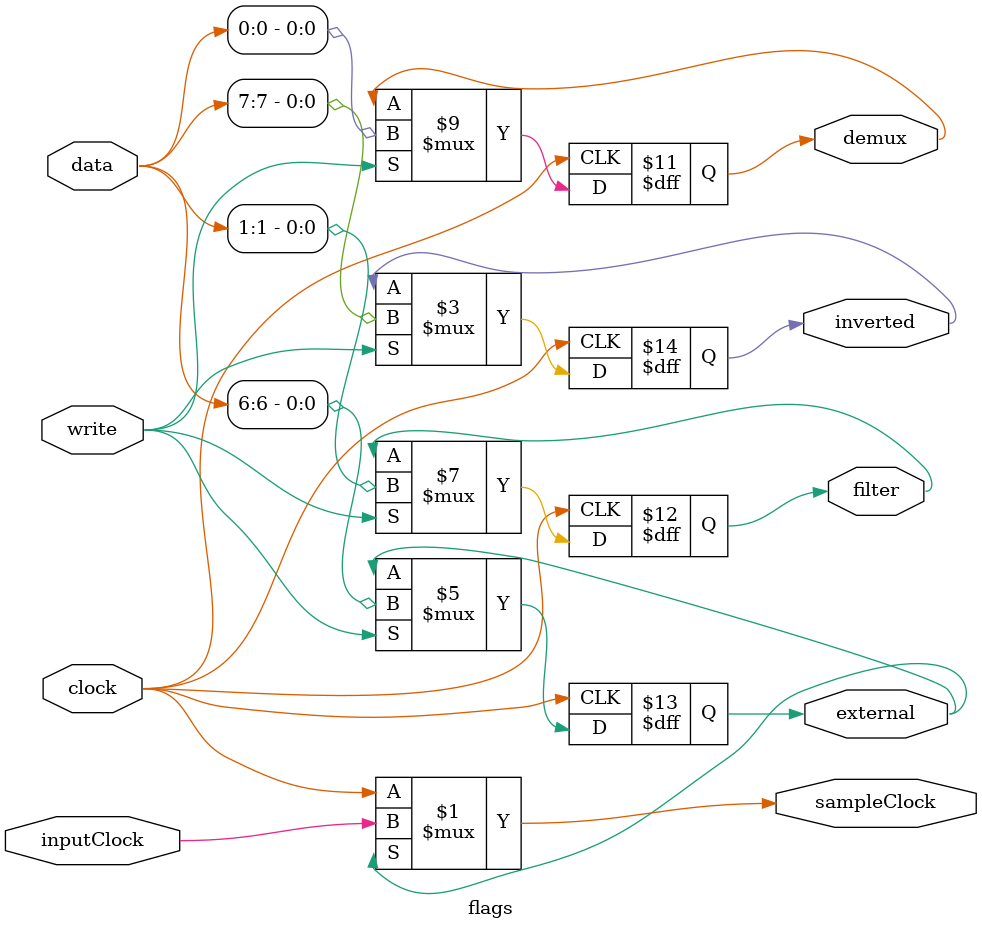
<source format=v>

module 	flags (
		input [7:0] data,
		input clock,
		input write,
		output reg demux,
		output reg filter,
		output reg external,
		output reg inverted,
		
		input inputClock,
		output sampleClock
	);

	// mux to generate the sampleClock signal
	assign sampleClock = external ? inputClock : clock;

	// set flags
	always @(posedge clock)
	begin
		if (write)
			begin
				demux <= data[0];
				filter <= data[1];
				external <= data[6];
				inverted <= data[7];
			end
	end
	
endmodule

</source>
